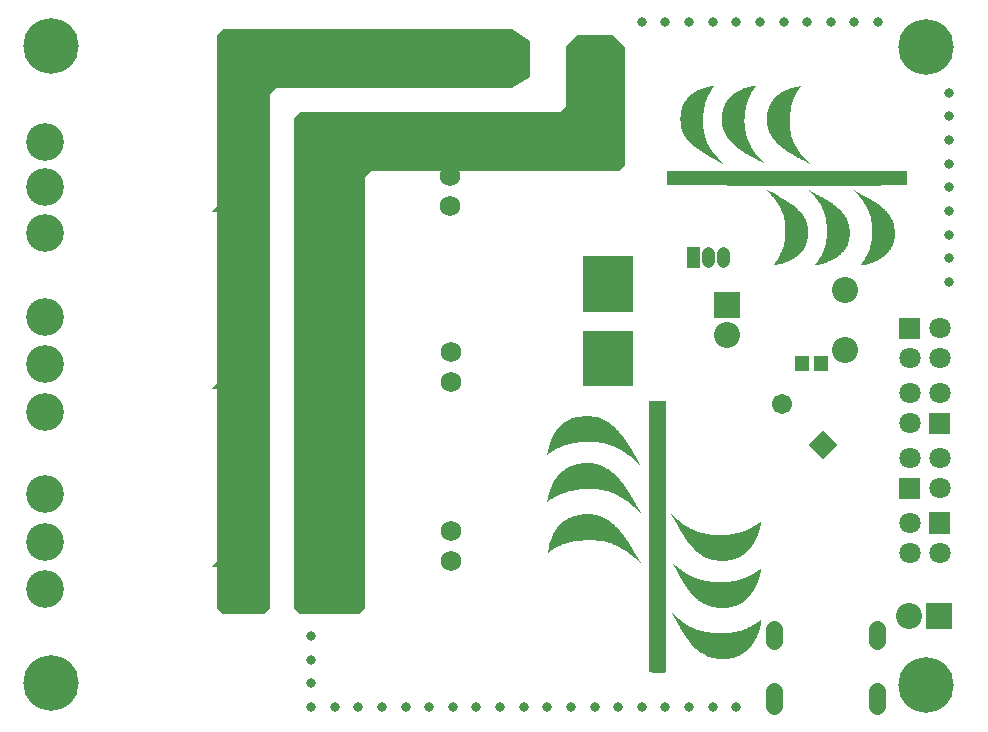
<source format=gbs>
G04 Layer: BottomSolderMaskLayer*
G04 EasyEDA v6.3.39, 2020-04-30T23:39:24+05:30*
G04 1361d28c2fbe473eb46aea13557a18e3,781d2bfaae87481f995808756cab4c07,10*
G04 Gerber Generator version 0.2*
G04 Scale: 100 percent, Rotated: No, Reflected: No *
G04 Dimensions in inches *
G04 leading zeros omitted , absolute positions ,2 integer and 4 decimal *
%FSLAX24Y24*%
%MOIN*%
G90*
G70D02*

%ADD54C,0.043433*%
%ADD55C,0.055244*%
%ADD58C,0.032000*%
%ADD59C,0.185165*%
%ADD60C,0.126110*%
%ADD67C,0.070992*%
%ADD69C,0.086740*%
%ADD82C,0.068000*%
%ADD86C,0.067055*%

%LPD*%

%LPD*%
G36*
G01X23243Y21102D02*
G01X23282Y21156D01*
G01X23203Y21140D01*
G01X23172Y21134D01*
G01X23142Y21127D01*
G01X23112Y21121D01*
G01X23083Y21114D01*
G01X23027Y21100D01*
G01X23000Y21093D01*
G01X22974Y21085D01*
G01X22948Y21078D01*
G01X22922Y21070D01*
G01X22850Y21046D01*
G01X22827Y21037D01*
G01X22805Y21029D01*
G01X22783Y21020D01*
G01X22762Y21011D01*
G01X22741Y21001D01*
G01X22720Y20992D01*
G01X22700Y20982D01*
G01X22643Y20952D01*
G01X22607Y20930D01*
G01X22573Y20908D01*
G01X22556Y20896D01*
G01X22524Y20872D01*
G01X22508Y20859D01*
G01X22463Y20820D01*
G01X22417Y20774D01*
G01X22400Y20756D01*
G01X22384Y20737D01*
G01X22368Y20719D01*
G01X22338Y20681D01*
G01X22324Y20662D01*
G01X22311Y20643D01*
G01X22298Y20623D01*
G01X22286Y20604D01*
G01X22274Y20584D01*
G01X22263Y20564D01*
G01X22252Y20543D01*
G01X22242Y20522D01*
G01X22224Y20480D01*
G01X22216Y20459D01*
G01X22208Y20437D01*
G01X22201Y20414D01*
G01X22194Y20392D01*
G01X22188Y20368D01*
G01X22182Y20345D01*
G01X22172Y20297D01*
G01X22168Y20272D01*
G01X22165Y20247D01*
G01X22159Y20195D01*
G01X22157Y20169D01*
G01X22155Y20141D01*
G01X22154Y20114D01*
G01X22153Y20086D01*
G01X22153Y20028D01*
G01X22154Y19998D01*
G01X22155Y19967D01*
G01X22156Y19935D01*
G01X22158Y19904D01*
G01X22160Y19877D01*
G01X22162Y19851D01*
G01X22165Y19827D01*
G01X22168Y19804D01*
G01X22171Y19783D01*
G01X22176Y19762D01*
G01X22180Y19742D01*
G01X22185Y19723D01*
G01X22192Y19703D01*
G01X22198Y19684D01*
G01X22206Y19664D01*
G01X22215Y19643D01*
G01X22224Y19621D01*
G01X22235Y19598D01*
G01X22242Y19581D01*
G01X22250Y19565D01*
G01X22277Y19517D01*
G01X22287Y19500D01*
G01X22307Y19468D01*
G01X22340Y19420D01*
G01X22352Y19405D01*
G01X22364Y19389D01*
G01X22403Y19341D01*
G01X22417Y19325D01*
G01X22431Y19310D01*
G01X22476Y19262D01*
G01X22492Y19247D01*
G01X22508Y19231D01*
G01X22525Y19215D01*
G01X22542Y19200D01*
G01X22559Y19184D01*
G01X22577Y19168D01*
G01X22595Y19153D01*
G01X22633Y19121D01*
G01X22653Y19106D01*
G01X22672Y19090D01*
G01X22714Y19058D01*
G01X22735Y19043D01*
G01X22801Y18995D01*
G01X22824Y18980D01*
G01X22896Y18932D01*
G01X22946Y18900D01*
G01X23024Y18852D01*
G01X23051Y18836D01*
G01X23135Y18788D01*
G01X23164Y18772D01*
G01X23194Y18755D01*
G01X23223Y18739D01*
G01X23254Y18723D01*
G01X23285Y18706D01*
G01X23582Y18549D01*
G01X23431Y18712D01*
G01X23412Y18733D01*
G01X23358Y18793D01*
G01X23324Y18833D01*
G01X23276Y18893D01*
G01X23231Y18953D01*
G01X23217Y18973D01*
G01X23203Y18992D01*
G01X23189Y19012D01*
G01X23163Y19052D01*
G01X23151Y19071D01*
G01X23115Y19131D01*
G01X23093Y19171D01*
G01X23053Y19251D01*
G01X23044Y19271D01*
G01X23035Y19292D01*
G01X23027Y19312D01*
G01X23019Y19333D01*
G01X23011Y19353D01*
G01X23003Y19374D01*
G01X22982Y19437D01*
G01X22964Y19500D01*
G01X22958Y19522D01*
G01X22948Y19566D01*
G01X22944Y19588D01*
G01X22939Y19610D01*
G01X22935Y19632D01*
G01X22932Y19654D01*
G01X22928Y19677D01*
G01X22919Y19746D01*
G01X22917Y19770D01*
G01X22915Y19793D01*
G01X22911Y19841D01*
G01X22910Y19866D01*
G01X22909Y19890D01*
G01X22908Y19915D01*
G01X22908Y19940D01*
G01X22907Y19965D01*
G01X22907Y20019D01*
G01X22908Y20047D01*
G01X22908Y20074D01*
G01X22909Y20101D01*
G01X22911Y20128D01*
G01X22912Y20155D01*
G01X22918Y20233D01*
G01X22921Y20258D01*
G01X22923Y20283D01*
G01X22927Y20308D01*
G01X22930Y20333D01*
G01X22934Y20358D01*
G01X22946Y20430D01*
G01X22956Y20476D01*
G01X22962Y20500D01*
G01X22967Y20523D01*
G01X22973Y20546D01*
G01X22980Y20568D01*
G01X22986Y20591D01*
G01X22993Y20613D01*
G01X23001Y20635D01*
G01X23008Y20657D01*
G01X23024Y20701D01*
G01X23033Y20723D01*
G01X23042Y20744D01*
G01X23051Y20766D01*
G01X23060Y20787D01*
G01X23070Y20808D01*
G01X23080Y20830D01*
G01X23124Y20914D01*
G01X23148Y20956D01*
G01X23161Y20976D01*
G01X23200Y21039D01*
G01X23214Y21060D01*
G01X23229Y21081D01*
G01X23243Y21102D01*
G37*

%LPD*%
G36*
G01X26104Y21038D02*
G01X26181Y21145D01*
G01X26027Y21115D01*
G01X26000Y21109D01*
G01X25973Y21104D01*
G01X25946Y21097D01*
G01X25921Y21091D01*
G01X25895Y21084D01*
G01X25870Y21078D01*
G01X25845Y21070D01*
G01X25820Y21063D01*
G01X25772Y21047D01*
G01X25749Y21039D01*
G01X25703Y21021D01*
G01X25659Y21003D01*
G01X25596Y20973D01*
G01X25575Y20962D01*
G01X25555Y20951D01*
G01X25536Y20940D01*
G01X25516Y20929D01*
G01X25498Y20917D01*
G01X25479Y20905D01*
G01X25443Y20881D01*
G01X25392Y20842D01*
G01X25344Y20800D01*
G01X25329Y20786D01*
G01X25314Y20771D01*
G01X25272Y20726D01*
G01X25246Y20694D01*
G01X25234Y20678D01*
G01X25222Y20661D01*
G01X25210Y20645D01*
G01X25199Y20628D01*
G01X25188Y20610D01*
G01X25177Y20593D01*
G01X25157Y20557D01*
G01X25148Y20538D01*
G01X25139Y20520D01*
G01X25130Y20501D01*
G01X25122Y20481D01*
G01X25114Y20462D01*
G01X25106Y20442D01*
G01X25092Y20402D01*
G01X25086Y20382D01*
G01X25074Y20340D01*
G01X25069Y20318D01*
G01X25064Y20297D01*
G01X25052Y20231D01*
G01X25043Y20162D01*
G01X25041Y20139D01*
G01X25039Y20115D01*
G01X25037Y20067D01*
G01X25036Y20042D01*
G01X25036Y19998D01*
G01X25037Y19979D01*
G01X25038Y19959D01*
G01X25040Y19921D01*
G01X25042Y19902D01*
G01X25044Y19884D01*
G01X25046Y19865D01*
G01X25049Y19846D01*
G01X25055Y19810D01*
G01X25063Y19774D01*
G01X25068Y19756D01*
G01X25072Y19738D01*
G01X25077Y19720D01*
G01X25083Y19702D01*
G01X25088Y19685D01*
G01X25095Y19667D01*
G01X25101Y19650D01*
G01X25108Y19633D01*
G01X25115Y19615D01*
G01X25147Y19547D01*
G01X25156Y19531D01*
G01X25176Y19497D01*
G01X25186Y19481D01*
G01X25196Y19464D01*
G01X25207Y19448D01*
G01X25219Y19431D01*
G01X25230Y19415D01*
G01X25242Y19398D01*
G01X25281Y19350D01*
G01X25295Y19333D01*
G01X25323Y19301D01*
G01X25338Y19285D01*
G01X25354Y19269D01*
G01X25369Y19253D01*
G01X25386Y19237D01*
G01X25402Y19221D01*
G01X25419Y19205D01*
G01X25437Y19189D01*
G01X25454Y19173D01*
G01X25530Y19109D01*
G01X25550Y19093D01*
G01X25613Y19045D01*
G01X25657Y19013D01*
G01X25703Y18981D01*
G01X25751Y18949D01*
G01X25776Y18933D01*
G01X25801Y18916D01*
G01X25826Y18900D01*
G01X25852Y18884D01*
G01X25879Y18867D01*
G01X25933Y18835D01*
G01X25961Y18818D01*
G01X25989Y18802D01*
G01X26018Y18785D01*
G01X26078Y18751D01*
G01X26108Y18735D01*
G01X26170Y18701D01*
G01X26202Y18684D01*
G01X26235Y18667D01*
G01X26483Y18536D01*
G01X26326Y18703D01*
G01X26307Y18724D01*
G01X26288Y18744D01*
G01X26270Y18765D01*
G01X26252Y18785D01*
G01X26235Y18806D01*
G01X26201Y18846D01*
G01X26185Y18866D01*
G01X26169Y18887D01*
G01X26153Y18907D01*
G01X26138Y18927D01*
G01X26123Y18948D01*
G01X26095Y18988D01*
G01X26081Y19009D01*
G01X26067Y19029D01*
G01X26054Y19050D01*
G01X26041Y19070D01*
G01X26005Y19133D01*
G01X25994Y19154D01*
G01X25982Y19175D01*
G01X25971Y19196D01*
G01X25961Y19217D01*
G01X25950Y19239D01*
G01X25940Y19260D01*
G01X25930Y19282D01*
G01X25920Y19307D01*
G01X25909Y19331D01*
G01X25882Y19400D01*
G01X25874Y19422D01*
G01X25853Y19488D01*
G01X25847Y19510D01*
G01X25842Y19531D01*
G01X25837Y19554D01*
G01X25832Y19576D01*
G01X25824Y19622D01*
G01X25818Y19670D01*
G01X25815Y19695D01*
G01X25813Y19721D01*
G01X25809Y19775D01*
G01X25808Y19804D01*
G01X25807Y19834D01*
G01X25806Y19865D01*
G01X25806Y20035D01*
G01X25807Y20066D01*
G01X25808Y20096D01*
G01X25810Y20154D01*
G01X25814Y20210D01*
G01X25818Y20264D01*
G01X25821Y20291D01*
G01X25827Y20343D01*
G01X25831Y20368D01*
G01X25834Y20393D01*
G01X25838Y20418D01*
G01X25853Y20490D01*
G01X25858Y20513D01*
G01X25870Y20559D01*
G01X25876Y20581D01*
G01X25883Y20603D01*
G01X25889Y20626D01*
G01X25897Y20647D01*
G01X25904Y20669D01*
G01X25912Y20690D01*
G01X25921Y20712D01*
G01X25929Y20733D01*
G01X25938Y20754D01*
G01X25948Y20774D01*
G01X25957Y20795D01*
G01X25968Y20816D01*
G01X25978Y20836D01*
G01X25989Y20856D01*
G01X26000Y20877D01*
G01X26036Y20937D01*
G01X26049Y20957D01*
G01X26062Y20978D01*
G01X26104Y21038D01*
G37*

%LPD*%
G36*
G01X24590Y21039D02*
G01X24672Y21153D01*
G01X24585Y21139D01*
G01X24531Y21129D01*
G01X24504Y21123D01*
G01X24477Y21118D01*
G01X24451Y21111D01*
G01X24424Y21105D01*
G01X24398Y21098D01*
G01X24373Y21091D01*
G01X24347Y21083D01*
G01X24322Y21075D01*
G01X24298Y21067D01*
G01X24273Y21058D01*
G01X24201Y21031D01*
G01X24155Y21011D01*
G01X24133Y21000D01*
G01X24110Y20989D01*
G01X24089Y20978D01*
G01X24067Y20967D01*
G01X24046Y20955D01*
G01X23986Y20919D01*
G01X23966Y20906D01*
G01X23948Y20893D01*
G01X23929Y20880D01*
G01X23911Y20867D01*
G01X23860Y20825D01*
G01X23844Y20810D01*
G01X23829Y20796D01*
G01X23799Y20766D01*
G01X23782Y20747D01*
G01X23765Y20727D01*
G01X23748Y20708D01*
G01X23718Y20668D01*
G01X23690Y20628D01*
G01X23677Y20607D01*
G01X23653Y20565D01*
G01X23631Y20521D01*
G01X23621Y20499D01*
G01X23603Y20453D01*
G01X23594Y20429D01*
G01X23586Y20404D01*
G01X23579Y20380D01*
G01X23565Y20328D01*
G01X23559Y20302D01*
G01X23544Y20218D01*
G01X23538Y20174D01*
G01X23536Y20153D01*
G01X23534Y20131D01*
G01X23532Y20110D01*
G01X23529Y20047D01*
G01X23529Y20006D01*
G01X23530Y19986D01*
G01X23531Y19965D01*
G01X23532Y19945D01*
G01X23538Y19885D01*
G01X23544Y19845D01*
G01X23548Y19826D01*
G01X23552Y19806D01*
G01X23557Y19787D01*
G01X23561Y19768D01*
G01X23567Y19749D01*
G01X23572Y19730D01*
G01X23584Y19692D01*
G01X23598Y19654D01*
G01X23606Y19636D01*
G01X23614Y19617D01*
G01X23622Y19599D01*
G01X23640Y19563D01*
G01X23650Y19544D01*
G01X23660Y19526D01*
G01X23670Y19509D01*
G01X23692Y19473D01*
G01X23704Y19455D01*
G01X23716Y19438D01*
G01X23728Y19420D01*
G01X23741Y19402D01*
G01X23754Y19385D01*
G01X23768Y19368D01*
G01X23782Y19350D01*
G01X23796Y19333D01*
G01X23811Y19316D01*
G01X23827Y19299D01*
G01X23842Y19282D01*
G01X23859Y19265D01*
G01X23875Y19248D01*
G01X23892Y19231D01*
G01X23910Y19215D01*
G01X23927Y19198D01*
G01X23946Y19181D01*
G01X23964Y19165D01*
G01X23984Y19148D01*
G01X24003Y19131D01*
G01X24043Y19099D01*
G01X24064Y19082D01*
G01X24086Y19066D01*
G01X24107Y19050D01*
G01X24129Y19033D01*
G01X24175Y19001D01*
G01X24199Y18985D01*
G01X24222Y18969D01*
G01X24247Y18953D01*
G01X24272Y18936D01*
G01X24297Y18920D01*
G01X24349Y18888D01*
G01X24375Y18873D01*
G01X24402Y18857D01*
G01X24486Y18809D01*
G01X24544Y18777D01*
G01X24566Y18766D01*
G01X24588Y18754D01*
G01X24611Y18741D01*
G01X24634Y18729D01*
G01X24657Y18716D01*
G01X24681Y18704D01*
G01X24704Y18691D01*
G01X24727Y18679D01*
G01X24749Y18667D01*
G01X24770Y18655D01*
G01X24791Y18644D01*
G01X24811Y18633D01*
G01X24829Y18623D01*
G01X24846Y18614D01*
G01X24862Y18605D01*
G01X24876Y18597D01*
G01X25002Y18528D01*
G01X24858Y18673D01*
G01X24839Y18692D01*
G01X24803Y18730D01*
G01X24785Y18750D01*
G01X24768Y18769D01*
G01X24750Y18788D01*
G01X24734Y18808D01*
G01X24717Y18827D01*
G01X24701Y18847D01*
G01X24685Y18866D01*
G01X24670Y18886D01*
G01X24654Y18906D01*
G01X24639Y18926D01*
G01X24583Y19006D01*
G01X24570Y19027D01*
G01X24556Y19047D01*
G01X24544Y19067D01*
G01X24531Y19088D01*
G01X24519Y19108D01*
G01X24507Y19129D01*
G01X24463Y19213D01*
G01X24433Y19276D01*
G01X24424Y19297D01*
G01X24415Y19319D01*
G01X24406Y19340D01*
G01X24398Y19362D01*
G01X24390Y19383D01*
G01X24382Y19405D01*
G01X24375Y19427D01*
G01X24367Y19449D01*
G01X24361Y19471D01*
G01X24354Y19493D01*
G01X24336Y19559D01*
G01X24331Y19582D01*
G01X24326Y19604D01*
G01X24321Y19627D01*
G01X24317Y19649D01*
G01X24313Y19672D01*
G01X24305Y19720D01*
G01X24302Y19743D01*
G01X24296Y19791D01*
G01X24294Y19816D01*
G01X24290Y19864D01*
G01X24289Y19888D01*
G01X24288Y19913D01*
G01X24287Y19937D01*
G01X24287Y19962D01*
G01X24286Y19986D01*
G01X24286Y20011D01*
G01X24288Y20060D01*
G01X24289Y20085D01*
G01X24290Y20109D01*
G01X24292Y20134D01*
G01X24293Y20158D01*
G01X24296Y20183D01*
G01X24298Y20208D01*
G01X24304Y20256D01*
G01X24307Y20281D01*
G01X24323Y20377D01*
G01X24338Y20449D01*
G01X24344Y20473D01*
G01X24350Y20496D01*
G01X24356Y20520D01*
G01X24362Y20543D01*
G01X24383Y20612D01*
G01X24390Y20634D01*
G01X24398Y20657D01*
G01X24422Y20723D01*
G01X24431Y20744D01*
G01X24440Y20766D01*
G01X24458Y20808D01*
G01X24468Y20829D01*
G01X24488Y20869D01*
G01X24499Y20889D01*
G01X24509Y20909D01*
G01X24520Y20928D01*
G01X24531Y20948D01*
G01X24543Y20966D01*
G01X24554Y20985D01*
G01X24590Y21039D01*
G37*

%LPD*%
G36*
G01X29696Y18314D02*
G01X21705Y18314D01*
G01X21705Y17828D01*
G01X25695Y17822D01*
G01X26056Y17822D01*
G01X26114Y17821D01*
G01X27011Y17821D01*
G01X27059Y17820D01*
G01X28049Y17820D01*
G01X28084Y17821D01*
G01X28555Y17821D01*
G01X28583Y17822D01*
G01X28816Y17822D01*
G01X28839Y17823D01*
G01X28974Y17823D01*
G01X28995Y17824D01*
G01X29113Y17824D01*
G01X29132Y17825D01*
G01X29202Y17825D01*
G01X29219Y17826D01*
G01X29267Y17826D01*
G01X29297Y17827D01*
G01X29354Y17827D01*
G01X29368Y17828D01*
G01X29406Y17828D01*
G01X29418Y17829D01*
G01X29453Y17829D01*
G01X29464Y17830D01*
G01X29495Y17830D01*
G01X29505Y17831D01*
G01X29523Y17831D01*
G01X29532Y17832D01*
G01X29550Y17832D01*
G01X29558Y17833D01*
G01X29581Y17833D01*
G01X29588Y17834D01*
G01X29601Y17834D01*
G01X29608Y17835D01*
G01X29620Y17835D01*
G01X29625Y17836D01*
G01X29631Y17836D01*
G01X29636Y17837D01*
G01X29646Y17837D01*
G01X29654Y17838D01*
G01X29658Y17838D01*
G01X29662Y17839D01*
G01X29666Y17839D01*
G01X29669Y17840D01*
G01X29675Y17840D01*
G01X29678Y17841D01*
G01X29681Y17841D01*
G01X29683Y17842D01*
G01X29687Y17842D01*
G01X29691Y17843D01*
G01X29692Y17844D01*
G01X29695Y17845D01*
G01X29696Y17845D01*
G01X29696Y17846D01*
G01X29697Y17846D01*
G01X29698Y17847D01*
G01X29699Y17853D01*
G01X29701Y17863D01*
G01X29702Y17876D01*
G01X29703Y17892D01*
G01X29703Y17911D01*
G01X29704Y17933D01*
G01X29704Y17956D01*
G01X29705Y17982D01*
G01X29704Y18009D01*
G01X29704Y18066D01*
G01X29703Y18096D01*
G01X29696Y18314D01*
G37*

%LPD*%
G36*
G01X25323Y17527D02*
G01X25025Y17686D01*
G01X25185Y17513D01*
G01X25239Y17453D01*
G01X25256Y17432D01*
G01X25273Y17412D01*
G01X25305Y17372D01*
G01X25321Y17351D01*
G01X25351Y17311D01*
G01X25379Y17269D01*
G01X25393Y17249D01*
G01X25419Y17207D01*
G01X25431Y17186D01*
G01X25444Y17165D01*
G01X25455Y17144D01*
G01X25467Y17122D01*
G01X25489Y17080D01*
G01X25519Y17014D01*
G01X25537Y16970D01*
G01X25545Y16948D01*
G01X25554Y16925D01*
G01X25561Y16903D01*
G01X25569Y16880D01*
G01X25590Y16811D01*
G01X25596Y16787D01*
G01X25602Y16764D01*
G01X25617Y16692D01*
G01X25622Y16667D01*
G01X25626Y16643D01*
G01X25630Y16618D01*
G01X25636Y16568D01*
G01X25639Y16542D01*
G01X25642Y16517D01*
G01X25648Y16439D01*
G01X25651Y16355D01*
G01X25651Y16274D01*
G01X25649Y16220D01*
G01X25647Y16168D01*
G01X25645Y16142D01*
G01X25642Y16116D01*
G01X25640Y16091D01*
G01X25637Y16066D01*
G01X25634Y16040D01*
G01X25630Y16015D01*
G01X25626Y15991D01*
G01X25622Y15966D01*
G01X25612Y15918D01*
G01X25607Y15893D01*
G01X25601Y15870D01*
G01X25589Y15822D01*
G01X25568Y15753D01*
G01X25552Y15707D01*
G01X25544Y15685D01*
G01X25535Y15662D01*
G01X25526Y15640D01*
G01X25486Y15552D01*
G01X25475Y15531D01*
G01X25464Y15509D01*
G01X25428Y15446D01*
G01X25389Y15383D01*
G01X25366Y15348D01*
G01X25345Y15315D01*
G01X25325Y15284D01*
G01X25308Y15257D01*
G01X25293Y15233D01*
G01X25281Y15214D01*
G01X25273Y15201D01*
G01X25269Y15194D01*
G01X25268Y15188D01*
G01X25272Y15183D01*
G01X25280Y15180D01*
G01X25293Y15178D01*
G01X25309Y15179D01*
G01X25330Y15180D01*
G01X25354Y15184D01*
G01X25382Y15188D01*
G01X25413Y15195D01*
G01X25448Y15202D01*
G01X25485Y15212D01*
G01X25526Y15222D01*
G01X25604Y15246D01*
G01X25656Y15264D01*
G01X25706Y15284D01*
G01X25756Y15306D01*
G01X25780Y15317D01*
G01X25828Y15341D01*
G01X25897Y15380D01*
G01X25963Y15422D01*
G01X25984Y15437D01*
G01X26004Y15451D01*
G01X26025Y15467D01*
G01X26045Y15482D01*
G01X26083Y15514D01*
G01X26101Y15531D01*
G01X26119Y15547D01*
G01X26137Y15564D01*
G01X26154Y15581D01*
G01X26170Y15599D01*
G01X26186Y15616D01*
G01X26216Y15652D01*
G01X26230Y15670D01*
G01X26244Y15689D01*
G01X26257Y15707D01*
G01X26269Y15726D01*
G01X26280Y15744D01*
G01X26290Y15762D01*
G01X26301Y15781D01*
G01X26310Y15800D01*
G01X26320Y15820D01*
G01X26328Y15840D01*
G01X26337Y15861D01*
G01X26345Y15882D01*
G01X26359Y15924D01*
G01X26366Y15946D01*
G01X26378Y15990D01*
G01X26383Y16013D01*
G01X26387Y16036D01*
G01X26392Y16059D01*
G01X26395Y16082D01*
G01X26399Y16105D01*
G01X26402Y16129D01*
G01X26404Y16152D01*
G01X26406Y16176D01*
G01X26409Y16248D01*
G01X26409Y16272D01*
G01X26407Y16320D01*
G01X26403Y16368D01*
G01X26401Y16391D01*
G01X26398Y16415D01*
G01X26394Y16439D01*
G01X26390Y16462D01*
G01X26386Y16486D01*
G01X26380Y16509D01*
G01X26375Y16532D01*
G01X26370Y16551D01*
G01X26365Y16569D01*
G01X26341Y16641D01*
G01X26334Y16659D01*
G01X26327Y16676D01*
G01X26295Y16744D01*
G01X26286Y16761D01*
G01X26276Y16777D01*
G01X26267Y16794D01*
G01X26257Y16810D01*
G01X26246Y16827D01*
G01X26224Y16859D01*
G01X26200Y16891D01*
G01X26161Y16939D01*
G01X26147Y16954D01*
G01X26133Y16970D01*
G01X26118Y16986D01*
G01X26087Y17017D01*
G01X26070Y17033D01*
G01X26054Y17048D01*
G01X26036Y17064D01*
G01X26019Y17080D01*
G01X26000Y17095D01*
G01X25962Y17127D01*
G01X25942Y17142D01*
G01X25922Y17158D01*
G01X25901Y17174D01*
G01X25835Y17222D01*
G01X25811Y17238D01*
G01X25788Y17254D01*
G01X25738Y17286D01*
G01X25713Y17303D01*
G01X25687Y17319D01*
G01X25660Y17336D01*
G01X25632Y17352D01*
G01X25576Y17386D01*
G01X25516Y17420D01*
G01X25486Y17438D01*
G01X25454Y17455D01*
G01X25390Y17491D01*
G01X25357Y17509D01*
G01X25323Y17527D01*
G37*

%LPD*%
G36*
G01X28219Y17515D02*
G01X27933Y17662D01*
G01X28096Y17485D01*
G01X28113Y17466D01*
G01X28131Y17447D01*
G01X28147Y17427D01*
G01X28164Y17408D01*
G01X28180Y17388D01*
G01X28195Y17369D01*
G01X28211Y17349D01*
G01X28226Y17329D01*
G01X28240Y17310D01*
G01X28254Y17290D01*
G01X28268Y17269D01*
G01X28282Y17249D01*
G01X28308Y17209D01*
G01X28332Y17167D01*
G01X28344Y17147D01*
G01X28377Y17084D01*
G01X28387Y17062D01*
G01X28397Y17041D01*
G01X28406Y17019D01*
G01X28416Y16997D01*
G01X28424Y16975D01*
G01X28433Y16953D01*
G01X28449Y16909D01*
G01X28457Y16886D01*
G01X28471Y16840D01*
G01X28489Y16771D01*
G01X28495Y16747D01*
G01X28505Y16699D01*
G01X28509Y16675D01*
G01X28514Y16650D01*
G01X28517Y16625D01*
G01X28521Y16601D01*
G01X28524Y16575D01*
G01X28527Y16550D01*
G01X28530Y16524D01*
G01X28532Y16499D01*
G01X28534Y16473D01*
G01X28536Y16446D01*
G01X28537Y16420D01*
G01X28540Y16339D01*
G01X28540Y16283D01*
G01X28539Y16254D01*
G01X28537Y16198D01*
G01X28536Y16171D01*
G01X28530Y16090D01*
G01X28521Y16012D01*
G01X28517Y15987D01*
G01X28513Y15961D01*
G01X28509Y15936D01*
G01X28504Y15911D01*
G01X28499Y15887D01*
G01X28494Y15862D01*
G01X28482Y15814D01*
G01X28476Y15791D01*
G01X28469Y15767D01*
G01X28455Y15721D01*
G01X28439Y15675D01*
G01X28431Y15653D01*
G01X28422Y15630D01*
G01X28404Y15586D01*
G01X28394Y15565D01*
G01X28374Y15521D01*
G01X28352Y15479D01*
G01X28316Y15416D01*
G01X28303Y15396D01*
G01X28291Y15375D01*
G01X28235Y15295D01*
G01X28220Y15275D01*
G01X28203Y15252D01*
G01X28188Y15231D01*
G01X28175Y15214D01*
G01X28166Y15199D01*
G01X28159Y15187D01*
G01X28155Y15177D01*
G01X28155Y15170D01*
G01X28158Y15165D01*
G01X28165Y15162D01*
G01X28175Y15161D01*
G01X28189Y15161D01*
G01X28207Y15164D01*
G01X28229Y15168D01*
G01X28256Y15173D01*
G01X28287Y15180D01*
G01X28322Y15188D01*
G01X28374Y15200D01*
G01X28399Y15207D01*
G01X28425Y15214D01*
G01X28450Y15221D01*
G01X28474Y15228D01*
G01X28522Y15244D01*
G01X28546Y15253D01*
G01X28569Y15261D01*
G01X28592Y15271D01*
G01X28615Y15280D01*
G01X28637Y15290D01*
G01X28660Y15299D01*
G01X28681Y15310D01*
G01X28703Y15320D01*
G01X28745Y15342D01*
G01X28765Y15354D01*
G01X28785Y15365D01*
G01X28805Y15377D01*
G01X28825Y15390D01*
G01X28844Y15402D01*
G01X28863Y15415D01*
G01X28881Y15428D01*
G01X28899Y15442D01*
G01X28917Y15455D01*
G01X28935Y15469D01*
G01X28952Y15484D01*
G01X28969Y15498D01*
G01X29001Y15528D01*
G01X29048Y15575D01*
G01X29062Y15591D01*
G01X29077Y15608D01*
G01X29091Y15625D01*
G01X29104Y15642D01*
G01X29118Y15659D01*
G01X29133Y15680D01*
G01X29161Y15720D01*
G01X29174Y15740D01*
G01X29186Y15760D01*
G01X29197Y15779D01*
G01X29208Y15799D01*
G01X29218Y15818D01*
G01X29227Y15838D01*
G01X29236Y15857D01*
G01X29244Y15877D01*
G01X29251Y15897D01*
G01X29258Y15918D01*
G01X29264Y15938D01*
G01X29269Y15960D01*
G01X29274Y15981D01*
G01X29278Y16003D01*
G01X29282Y16026D01*
G01X29285Y16049D01*
G01X29288Y16073D01*
G01X29290Y16098D01*
G01X29291Y16123D01*
G01X29293Y16177D01*
G01X29293Y16265D01*
G01X29292Y16297D01*
G01X29290Y16333D01*
G01X29288Y16367D01*
G01X29287Y16397D01*
G01X29285Y16425D01*
G01X29282Y16451D01*
G01X29276Y16497D01*
G01X29272Y16518D01*
G01X29262Y16558D01*
G01X29256Y16578D01*
G01X29240Y16618D01*
G01X29231Y16640D01*
G01X29221Y16663D01*
G01X29210Y16688D01*
G01X29202Y16705D01*
G01X29194Y16721D01*
G01X29176Y16755D01*
G01X29166Y16771D01*
G01X29156Y16788D01*
G01X29136Y16820D01*
G01X29125Y16836D01*
G01X29113Y16852D01*
G01X29102Y16868D01*
G01X29090Y16884D01*
G01X29051Y16932D01*
G01X29037Y16947D01*
G01X29023Y16963D01*
G01X29008Y16978D01*
G01X28978Y17010D01*
G01X28962Y17025D01*
G01X28945Y17040D01*
G01X28929Y17056D01*
G01X28911Y17071D01*
G01X28894Y17087D01*
G01X28875Y17102D01*
G01X28857Y17118D01*
G01X28837Y17133D01*
G01X28818Y17148D01*
G01X28798Y17164D01*
G01X28777Y17179D01*
G01X28756Y17195D01*
G01X28734Y17210D01*
G01X28712Y17226D01*
G01X28689Y17241D01*
G01X28666Y17257D01*
G01X28642Y17272D01*
G01X28618Y17288D01*
G01X28593Y17304D01*
G01X28568Y17319D01*
G01X28542Y17335D01*
G01X28461Y17383D01*
G01X28432Y17399D01*
G01X28404Y17415D01*
G01X28374Y17432D01*
G01X28344Y17448D01*
G01X28314Y17465D01*
G01X28283Y17481D01*
G01X28219Y17515D01*
G37*

%LPD*%
G36*
G01X26719Y17520D02*
G01X26445Y17661D01*
G01X26560Y17536D01*
G01X26578Y17517D01*
G01X26595Y17497D01*
G01X26629Y17459D01*
G01X26645Y17439D01*
G01X26661Y17420D01*
G01X26676Y17401D01*
G01X26691Y17381D01*
G01X26721Y17343D01*
G01X26735Y17323D01*
G01X26748Y17304D01*
G01X26762Y17284D01*
G01X26775Y17265D01*
G01X26787Y17245D01*
G01X26800Y17225D01*
G01X26823Y17186D01*
G01X26835Y17166D01*
G01X26846Y17146D01*
G01X26856Y17126D01*
G01X26866Y17105D01*
G01X26886Y17065D01*
G01X26904Y17023D01*
G01X26913Y17003D01*
G01X26937Y16940D01*
G01X26944Y16918D01*
G01X26952Y16897D01*
G01X26958Y16875D01*
G01X26965Y16854D01*
G01X26977Y16810D01*
G01X26982Y16787D01*
G01X26988Y16765D01*
G01X26993Y16742D01*
G01X26997Y16719D01*
G01X27002Y16696D01*
G01X27006Y16673D01*
G01X27009Y16649D01*
G01X27013Y16626D01*
G01X27019Y16578D01*
G01X27022Y16553D01*
G01X27024Y16529D01*
G01X27030Y16454D01*
G01X27033Y16376D01*
G01X27033Y16349D01*
G01X27034Y16323D01*
G01X27034Y16294D01*
G01X27033Y16266D01*
G01X27033Y16238D01*
G01X27032Y16210D01*
G01X27030Y16182D01*
G01X27029Y16155D01*
G01X27027Y16128D01*
G01X27024Y16101D01*
G01X27022Y16075D01*
G01X27019Y16049D01*
G01X27015Y16023D01*
G01X27012Y15997D01*
G01X27008Y15971D01*
G01X27003Y15946D01*
G01X26999Y15921D01*
G01X26994Y15896D01*
G01X26988Y15872D01*
G01X26983Y15847D01*
G01X26977Y15823D01*
G01X26963Y15775D01*
G01X26956Y15752D01*
G01X26949Y15728D01*
G01X26933Y15682D01*
G01X26924Y15659D01*
G01X26916Y15637D01*
G01X26906Y15614D01*
G01X26897Y15592D01*
G01X26877Y15548D01*
G01X26855Y15504D01*
G01X26843Y15483D01*
G01X26832Y15461D01*
G01X26820Y15440D01*
G01X26781Y15377D01*
G01X26767Y15357D01*
G01X26753Y15336D01*
G01X26739Y15316D01*
G01X26724Y15295D01*
G01X26691Y15251D01*
G01X26674Y15228D01*
G01X26659Y15208D01*
G01X26646Y15190D01*
G01X26635Y15176D01*
G01X26628Y15165D01*
G01X26623Y15158D01*
G01X26622Y15157D01*
G01X26629Y15159D01*
G01X26643Y15162D01*
G01X26662Y15165D01*
G01X26685Y15169D01*
G01X26739Y15179D01*
G01X26765Y15185D01*
G01X26792Y15191D01*
G01X26818Y15197D01*
G01X26896Y15218D01*
G01X26921Y15226D01*
G01X26947Y15234D01*
G01X26972Y15242D01*
G01X26997Y15251D01*
G01X27045Y15269D01*
G01X27117Y15299D01*
G01X27140Y15309D01*
G01X27163Y15320D01*
G01X27185Y15331D01*
G01X27208Y15343D01*
G01X27230Y15354D01*
G01X27251Y15366D01*
G01X27273Y15379D01*
G01X27294Y15391D01*
G01X27314Y15404D01*
G01X27335Y15417D01*
G01X27355Y15430D01*
G01X27374Y15443D01*
G01X27412Y15471D01*
G01X27430Y15485D01*
G01X27448Y15500D01*
G01X27466Y15514D01*
G01X27500Y15544D01*
G01X27516Y15559D01*
G01X27532Y15575D01*
G01X27547Y15591D01*
G01X27562Y15606D01*
G01X27577Y15622D01*
G01X27591Y15639D01*
G01X27617Y15671D01*
G01X27653Y15722D01*
G01X27664Y15739D01*
G01X27674Y15756D01*
G01X27684Y15774D01*
G01X27693Y15791D01*
G01X27702Y15809D01*
G01X27722Y15853D01*
G01X27730Y15876D01*
G01X27739Y15899D01*
G01X27747Y15923D01*
G01X27754Y15947D01*
G01X27760Y15971D01*
G01X27767Y15996D01*
G01X27772Y16022D01*
G01X27777Y16047D01*
G01X27782Y16073D01*
G01X27785Y16099D01*
G01X27789Y16125D01*
G01X27791Y16152D01*
G01X27794Y16178D01*
G01X27795Y16204D01*
G01X27796Y16231D01*
G01X27796Y16284D01*
G01X27795Y16310D01*
G01X27791Y16362D01*
G01X27785Y16414D01*
G01X27782Y16433D01*
G01X27778Y16452D01*
G01X27775Y16472D01*
G01X27771Y16490D01*
G01X27767Y16509D01*
G01X27762Y16528D01*
G01X27752Y16564D01*
G01X27746Y16582D01*
G01X27741Y16600D01*
G01X27735Y16618D01*
G01X27728Y16635D01*
G01X27721Y16653D01*
G01X27707Y16687D01*
G01X27691Y16721D01*
G01X27664Y16772D01*
G01X27655Y16788D01*
G01X27645Y16804D01*
G01X27634Y16821D01*
G01X27624Y16837D01*
G01X27612Y16853D01*
G01X27601Y16869D01*
G01X27577Y16901D01*
G01X27564Y16917D01*
G01X27551Y16932D01*
G01X27538Y16948D01*
G01X27524Y16964D01*
G01X27510Y16979D01*
G01X27495Y16995D01*
G01X27464Y17026D01*
G01X27432Y17056D01*
G01X27415Y17072D01*
G01X27398Y17087D01*
G01X27362Y17117D01*
G01X27343Y17133D01*
G01X27305Y17163D01*
G01X27285Y17178D01*
G01X27243Y17208D01*
G01X27222Y17224D01*
G01X27200Y17239D01*
G01X27177Y17254D01*
G01X27155Y17269D01*
G01X27131Y17285D01*
G01X27083Y17315D01*
G01X27058Y17331D01*
G01X27033Y17346D01*
G01X27007Y17361D01*
G01X26981Y17377D01*
G01X26954Y17393D01*
G01X26926Y17408D01*
G01X26870Y17440D01*
G01X26841Y17455D01*
G01X26751Y17503D01*
G01X26719Y17520D01*
G37*

%LPD*%
G36*
G01X19065Y10129D02*
G01X18980Y10129D01*
G01X18899Y10126D01*
G01X18847Y10122D01*
G01X18822Y10120D01*
G01X18797Y10117D01*
G01X18772Y10113D01*
G01X18748Y10110D01*
G01X18724Y10106D01*
G01X18700Y10101D01*
G01X18677Y10097D01*
G01X18654Y10092D01*
G01X18631Y10086D01*
G01X18587Y10074D01*
G01X18565Y10067D01*
G01X18544Y10060D01*
G01X18481Y10036D01*
G01X18461Y10027D01*
G01X18440Y10018D01*
G01X18420Y10008D01*
G01X18401Y9998D01*
G01X18381Y9987D01*
G01X18362Y9977D01*
G01X18305Y9941D01*
G01X18286Y9928D01*
G01X18268Y9915D01*
G01X18249Y9902D01*
G01X18231Y9888D01*
G01X18177Y9843D01*
G01X18160Y9827D01*
G01X18142Y9811D01*
G01X18112Y9781D01*
G01X18097Y9767D01*
G01X18083Y9751D01*
G01X18069Y9736D01*
G01X18056Y9720D01*
G01X18042Y9704D01*
G01X18029Y9688D01*
G01X18017Y9671D01*
G01X18004Y9654D01*
G01X17992Y9637D01*
G01X17968Y9601D01*
G01X17957Y9583D01*
G01X17945Y9564D01*
G01X17934Y9545D01*
G01X17924Y9525D01*
G01X17913Y9505D01*
G01X17903Y9485D01*
G01X17892Y9464D01*
G01X17883Y9443D01*
G01X17863Y9399D01*
G01X17845Y9353D01*
G01X17827Y9305D01*
G01X17819Y9281D01*
G01X17810Y9255D01*
G01X17802Y9230D01*
G01X17794Y9203D01*
G01X17786Y9177D01*
G01X17770Y9121D01*
G01X17763Y9093D01*
G01X17755Y9063D01*
G01X17748Y9034D01*
G01X17734Y8972D01*
G01X17727Y8940D01*
G01X17708Y8851D01*
G01X17773Y8895D01*
G01X17795Y8909D01*
G01X17837Y8937D01*
G01X17880Y8963D01*
G01X17922Y8989D01*
G01X17944Y9001D01*
G01X17965Y9013D01*
G01X17986Y9024D01*
G01X18008Y9036D01*
G01X18029Y9047D01*
G01X18050Y9057D01*
G01X18072Y9068D01*
G01X18094Y9078D01*
G01X18115Y9088D01*
G01X18137Y9098D01*
G01X18181Y9116D01*
G01X18202Y9125D01*
G01X18225Y9133D01*
G01X18247Y9142D01*
G01X18291Y9158D01*
G01X18314Y9165D01*
G01X18336Y9172D01*
G01X18382Y9186D01*
G01X18405Y9192D01*
G01X18428Y9199D01*
G01X18451Y9205D01*
G01X18474Y9210D01*
G01X18498Y9216D01*
G01X18522Y9221D01*
G01X18545Y9226D01*
G01X18570Y9231D01*
G01X18618Y9239D01*
G01X18668Y9247D01*
G01X18693Y9250D01*
G01X18718Y9254D01*
G01X18743Y9257D01*
G01X18769Y9260D01*
G01X18795Y9262D01*
G01X18847Y9267D01*
G01X18874Y9268D01*
G01X18928Y9272D01*
G01X18955Y9273D01*
G01X19011Y9275D01*
G01X19039Y9275D01*
G01X19067Y9276D01*
G01X19123Y9276D01*
G01X19149Y9275D01*
G01X19176Y9275D01*
G01X19254Y9272D01*
G01X19279Y9271D01*
G01X19379Y9263D01*
G01X19404Y9260D01*
G01X19476Y9251D01*
G01X19500Y9247D01*
G01X19523Y9244D01*
G01X19547Y9240D01*
G01X19570Y9235D01*
G01X19593Y9231D01*
G01X19662Y9216D01*
G01X19685Y9210D01*
G01X19729Y9198D01*
G01X19752Y9192D01*
G01X19774Y9185D01*
G01X19796Y9179D01*
G01X19818Y9171D01*
G01X19839Y9164D01*
G01X19883Y9148D01*
G01X19904Y9140D01*
G01X19926Y9132D01*
G01X19968Y9114D01*
G01X19990Y9104D01*
G01X20011Y9095D01*
G01X20053Y9075D01*
G01X20137Y9031D01*
G01X20158Y9019D01*
G01X20178Y9007D01*
G01X20199Y8995D01*
G01X20220Y8982D01*
G01X20241Y8970D01*
G01X20262Y8956D01*
G01X20282Y8943D01*
G01X20324Y8915D01*
G01X20345Y8900D01*
G01X20366Y8886D01*
G01X20387Y8871D01*
G01X20407Y8855D01*
G01X20470Y8807D01*
G01X20491Y8790D01*
G01X20534Y8756D01*
G01X20597Y8702D01*
G01X20619Y8683D01*
G01X20814Y8512D01*
G01X20626Y8848D01*
G01X20609Y8879D01*
G01X20575Y8939D01*
G01X20524Y9026D01*
G01X20507Y9054D01*
G01X20490Y9081D01*
G01X20474Y9109D01*
G01X20457Y9135D01*
G01X20440Y9162D01*
G01X20423Y9188D01*
G01X20407Y9214D01*
G01X20390Y9239D01*
G01X20374Y9264D01*
G01X20357Y9288D01*
G01X20340Y9313D01*
G01X20324Y9336D01*
G01X20307Y9360D01*
G01X20291Y9383D01*
G01X20275Y9405D01*
G01X20258Y9427D01*
G01X20242Y9449D01*
G01X20225Y9471D01*
G01X20209Y9492D01*
G01X20192Y9512D01*
G01X20176Y9533D01*
G01X20160Y9553D01*
G01X20143Y9572D01*
G01X20111Y9610D01*
G01X20094Y9629D01*
G01X20062Y9665D01*
G01X20045Y9682D01*
G01X20013Y9716D01*
G01X19996Y9732D01*
G01X19964Y9764D01*
G01X19947Y9779D01*
G01X19931Y9794D01*
G01X19914Y9808D01*
G01X19898Y9822D01*
G01X19881Y9836D01*
G01X19865Y9850D01*
G01X19849Y9863D01*
G01X19832Y9876D01*
G01X19816Y9888D01*
G01X19799Y9901D01*
G01X19782Y9913D01*
G01X19766Y9924D01*
G01X19749Y9935D01*
G01X19733Y9946D01*
G01X19716Y9957D01*
G01X19682Y9977D01*
G01X19666Y9986D01*
G01X19615Y10013D01*
G01X19564Y10037D01*
G01X19542Y10047D01*
G01X19521Y10055D01*
G01X19501Y10064D01*
G01X19481Y10071D01*
G01X19462Y10078D01*
G01X19443Y10084D01*
G01X19425Y10090D01*
G01X19406Y10095D01*
G01X19388Y10100D01*
G01X19369Y10104D01*
G01X19349Y10107D01*
G01X19329Y10111D01*
G01X19308Y10114D01*
G01X19286Y10116D01*
G01X19263Y10119D01*
G01X19239Y10121D01*
G01X19213Y10123D01*
G01X19185Y10124D01*
G01X19155Y10126D01*
G01X19124Y10127D01*
G01X19094Y10128D01*
G01X19065Y10129D01*
G37*

%LPD*%
G36*
G01X19067Y8572D02*
G01X19046Y8572D01*
G01X19024Y8571D01*
G01X19003Y8571D01*
G01X18959Y8569D01*
G01X18871Y8561D01*
G01X18848Y8558D01*
G01X18826Y8555D01*
G01X18768Y8545D01*
G01X18740Y8540D01*
G01X18712Y8534D01*
G01X18685Y8528D01*
G01X18659Y8522D01*
G01X18633Y8515D01*
G01X18583Y8501D01*
G01X18558Y8493D01*
G01X18534Y8484D01*
G01X18511Y8475D01*
G01X18487Y8466D01*
G01X18464Y8456D01*
G01X18442Y8446D01*
G01X18398Y8424D01*
G01X18376Y8412D01*
G01X18355Y8400D01*
G01X18313Y8374D01*
G01X18293Y8360D01*
G01X18272Y8346D01*
G01X18232Y8316D01*
G01X18212Y8300D01*
G01X18193Y8283D01*
G01X18173Y8266D01*
G01X18141Y8236D01*
G01X18125Y8220D01*
G01X18110Y8204D01*
G01X18094Y8188D01*
G01X18079Y8171D01*
G01X18064Y8153D01*
G01X18050Y8135D01*
G01X18035Y8117D01*
G01X18007Y8079D01*
G01X17994Y8059D01*
G01X17980Y8039D01*
G01X17967Y8019D01*
G01X17954Y7998D01*
G01X17942Y7977D01*
G01X17929Y7955D01*
G01X17917Y7933D01*
G01X17906Y7911D01*
G01X17894Y7888D01*
G01X17883Y7866D01*
G01X17872Y7842D01*
G01X17861Y7819D01*
G01X17841Y7771D01*
G01X17831Y7746D01*
G01X17804Y7671D01*
G01X17795Y7645D01*
G01X17787Y7620D01*
G01X17779Y7593D01*
G01X17765Y7541D01*
G01X17751Y7487D01*
G01X17745Y7459D01*
G01X17739Y7432D01*
G01X17734Y7404D01*
G01X17729Y7377D01*
G01X17712Y7279D01*
G01X17848Y7370D01*
G01X17866Y7383D01*
G01X17904Y7407D01*
G01X17924Y7418D01*
G01X17943Y7430D01*
G01X17983Y7452D01*
G01X18025Y7474D01*
G01X18088Y7504D01*
G01X18132Y7524D01*
G01X18154Y7533D01*
G01X18199Y7551D01*
G01X18221Y7560D01*
G01X18267Y7576D01*
G01X18291Y7584D01*
G01X18338Y7600D01*
G01X18434Y7628D01*
G01X18458Y7634D01*
G01X18483Y7640D01*
G01X18507Y7646D01*
G01X18532Y7652D01*
G01X18657Y7677D01*
G01X18683Y7681D01*
G01X18708Y7685D01*
G01X18734Y7689D01*
G01X18759Y7692D01*
G01X18811Y7698D01*
G01X18836Y7701D01*
G01X18862Y7704D01*
G01X18914Y7708D01*
G01X18939Y7710D01*
G01X19017Y7713D01*
G01X19069Y7714D01*
G01X19146Y7714D01*
G01X19172Y7713D01*
G01X19197Y7713D01*
G01X19223Y7711D01*
G01X19249Y7710D01*
G01X19274Y7708D01*
G01X19300Y7706D01*
G01X19325Y7704D01*
G01X19350Y7701D01*
G01X19376Y7699D01*
G01X19401Y7696D01*
G01X19426Y7692D01*
G01X19451Y7689D01*
G01X19476Y7685D01*
G01X19522Y7677D01*
G01X19614Y7657D01*
G01X19636Y7652D01*
G01X19682Y7640D01*
G01X19704Y7634D01*
G01X19727Y7627D01*
G01X19793Y7606D01*
G01X19816Y7599D01*
G01X19882Y7575D01*
G01X19904Y7566D01*
G01X19925Y7557D01*
G01X19969Y7539D01*
G01X19991Y7529D01*
G01X20012Y7519D01*
G01X20034Y7509D01*
G01X20055Y7499D01*
G01X20076Y7488D01*
G01X20098Y7477D01*
G01X20140Y7455D01*
G01X20224Y7407D01*
G01X20244Y7394D01*
G01X20286Y7368D01*
G01X20306Y7354D01*
G01X20327Y7341D01*
G01X20347Y7327D01*
G01X20368Y7312D01*
G01X20388Y7298D01*
G01X20448Y7253D01*
G01X20468Y7237D01*
G01X20488Y7222D01*
G01X20508Y7206D01*
G01X20528Y7189D01*
G01X20548Y7173D01*
G01X20568Y7156D01*
G01X20587Y7139D01*
G01X20607Y7121D01*
G01X20626Y7104D01*
G01X20646Y7086D01*
G01X20665Y7068D01*
G01X20838Y6905D01*
G01X20756Y7047D01*
G01X20746Y7063D01*
G01X20736Y7081D01*
G01X20725Y7100D01*
G01X20713Y7121D01*
G01X20700Y7143D01*
G01X20687Y7167D01*
G01X20673Y7191D01*
G01X20659Y7216D01*
G01X20629Y7268D01*
G01X20614Y7295D01*
G01X20569Y7373D01*
G01X20541Y7423D01*
G01X20525Y7452D01*
G01X20508Y7480D01*
G01X20476Y7536D01*
G01X20459Y7563D01*
G01X20443Y7590D01*
G01X20426Y7617D01*
G01X20410Y7643D01*
G01X20393Y7669D01*
G01X20377Y7694D01*
G01X20360Y7719D01*
G01X20343Y7743D01*
G01X20327Y7768D01*
G01X20310Y7792D01*
G01X20293Y7815D01*
G01X20277Y7838D01*
G01X20260Y7861D01*
G01X20209Y7927D01*
G01X20193Y7948D01*
G01X20176Y7969D01*
G01X20159Y7989D01*
G01X20142Y8010D01*
G01X20125Y8029D01*
G01X20108Y8049D01*
G01X20090Y8068D01*
G01X20073Y8086D01*
G01X20056Y8105D01*
G01X20039Y8123D01*
G01X20021Y8140D01*
G01X19987Y8174D01*
G01X19969Y8191D01*
G01X19952Y8207D01*
G01X19934Y8223D01*
G01X19916Y8238D01*
G01X19899Y8253D01*
G01X19881Y8268D01*
G01X19827Y8310D01*
G01X19791Y8336D01*
G01X19737Y8372D01*
G01X19718Y8384D01*
G01X19682Y8406D01*
G01X19644Y8426D01*
G01X19626Y8436D01*
G01X19550Y8472D01*
G01X19531Y8480D01*
G01X19512Y8487D01*
G01X19493Y8495D01*
G01X19473Y8502D01*
G01X19454Y8508D01*
G01X19435Y8515D01*
G01X19415Y8521D01*
G01X19395Y8526D01*
G01X19375Y8532D01*
G01X19356Y8537D01*
G01X19336Y8541D01*
G01X19316Y8546D01*
G01X19295Y8550D01*
G01X19275Y8553D01*
G01X19255Y8557D01*
G01X19234Y8560D01*
G01X19214Y8562D01*
G01X19193Y8565D01*
G01X19173Y8567D01*
G01X19152Y8568D01*
G01X19131Y8570D01*
G01X19110Y8571D01*
G01X19089Y8571D01*
G01X19067Y8572D01*
G37*

%LPD*%
G36*
G01X22047Y6697D02*
G01X21841Y6879D01*
G01X22030Y6542D01*
G01X22066Y6478D01*
G01X22102Y6416D01*
G01X22119Y6386D01*
G01X22136Y6357D01*
G01X22154Y6328D01*
G01X22205Y6244D01*
G01X22222Y6217D01*
G01X22238Y6191D01*
G01X22255Y6165D01*
G01X22271Y6140D01*
G01X22288Y6115D01*
G01X22304Y6090D01*
G01X22320Y6066D01*
G01X22336Y6043D01*
G01X22353Y6020D01*
G01X22369Y5997D01*
G01X22384Y5975D01*
G01X22400Y5953D01*
G01X22432Y5911D01*
G01X22448Y5891D01*
G01X22463Y5871D01*
G01X22495Y5833D01*
G01X22510Y5814D01*
G01X22526Y5796D01*
G01X22541Y5778D01*
G01X22557Y5761D01*
G01X22572Y5744D01*
G01X22588Y5727D01*
G01X22603Y5711D01*
G01X22634Y5680D01*
G01X22650Y5665D01*
G01X22665Y5650D01*
G01X22697Y5622D01*
G01X22712Y5609D01*
G01X22728Y5595D01*
G01X22744Y5583D01*
G01X22759Y5570D01*
G01X22791Y5546D01*
G01X22855Y5502D01*
G01X22871Y5492D01*
G01X22887Y5483D01*
G01X22903Y5473D01*
G01X22920Y5464D01*
G01X22936Y5455D01*
G01X22953Y5446D01*
G01X22969Y5438D01*
G01X23003Y5422D01*
G01X23054Y5401D01*
G01X23072Y5394D01*
G01X23089Y5388D01*
G01X23107Y5382D01*
G01X23124Y5376D01*
G01X23142Y5370D01*
G01X23178Y5360D01*
G01X23197Y5355D01*
G01X23215Y5351D01*
G01X23240Y5345D01*
G01X23315Y5330D01*
G01X23340Y5327D01*
G01X23366Y5323D01*
G01X23391Y5320D01*
G01X23417Y5318D01*
G01X23442Y5316D01*
G01X23468Y5314D01*
G01X23520Y5312D01*
G01X23545Y5312D01*
G01X23571Y5313D01*
G01X23597Y5313D01*
G01X23622Y5314D01*
G01X23648Y5316D01*
G01X23673Y5318D01*
G01X23698Y5321D01*
G01X23723Y5323D01*
G01X23749Y5327D01*
G01X23773Y5331D01*
G01X23823Y5339D01*
G01X23847Y5345D01*
G01X23871Y5350D01*
G01X23895Y5356D01*
G01X23918Y5362D01*
G01X23942Y5369D01*
G01X23965Y5376D01*
G01X23987Y5384D01*
G01X24010Y5392D01*
G01X24032Y5400D01*
G01X24054Y5409D01*
G01X24075Y5418D01*
G01X24096Y5428D01*
G01X24136Y5448D01*
G01X24156Y5459D01*
G01X24175Y5471D01*
G01X24193Y5482D01*
G01X24212Y5494D01*
G01X24230Y5506D01*
G01X24247Y5519D01*
G01X24283Y5545D01*
G01X24300Y5559D01*
G01X24351Y5604D01*
G01X24368Y5620D01*
G01X24417Y5669D01*
G01X24433Y5687D01*
G01X24448Y5704D01*
G01X24464Y5722D01*
G01X24479Y5741D01*
G01X24494Y5759D01*
G01X24509Y5778D01*
G01X24523Y5798D01*
G01X24537Y5817D01*
G01X24565Y5857D01*
G01X24579Y5878D01*
G01X24605Y5920D01*
G01X24617Y5941D01*
G01X24630Y5963D01*
G01X24642Y5985D01*
G01X24665Y6029D01*
G01X24676Y6052D01*
G01X24687Y6074D01*
G01X24707Y6120D01*
G01X24717Y6144D01*
G01X24726Y6167D01*
G01X24744Y6215D01*
G01X24768Y6287D01*
G01X24775Y6312D01*
G01X24788Y6358D01*
G01X24799Y6400D01*
G01X24808Y6439D01*
G01X24816Y6474D01*
G01X24821Y6506D01*
G01X24825Y6533D01*
G01X24827Y6557D01*
G01X24827Y6575D01*
G01X24826Y6589D01*
G01X24822Y6599D01*
G01X24816Y6603D01*
G01X24809Y6602D01*
G01X24804Y6600D01*
G01X24796Y6595D01*
G01X24785Y6589D01*
G01X24770Y6580D01*
G01X24753Y6570D01*
G01X24734Y6559D01*
G01X24713Y6546D01*
G01X24689Y6532D01*
G01X24665Y6516D01*
G01X24639Y6500D01*
G01X24611Y6484D01*
G01X24584Y6466D01*
G01X24563Y6453D01*
G01X24500Y6417D01*
G01X24478Y6405D01*
G01X24457Y6394D01*
G01X24435Y6383D01*
G01X24414Y6372D01*
G01X24392Y6362D01*
G01X24370Y6351D01*
G01X24348Y6341D01*
G01X24326Y6332D01*
G01X24304Y6322D01*
G01X24282Y6313D01*
G01X24259Y6305D01*
G01X24237Y6296D01*
G01X24191Y6280D01*
G01X24169Y6272D01*
G01X24145Y6265D01*
G01X24099Y6251D01*
G01X24052Y6238D01*
G01X24004Y6226D01*
G01X23932Y6211D01*
G01X23907Y6206D01*
G01X23858Y6198D01*
G01X23833Y6194D01*
G01X23808Y6191D01*
G01X23782Y6187D01*
G01X23757Y6184D01*
G01X23731Y6182D01*
G01X23706Y6179D01*
G01X23654Y6175D01*
G01X23627Y6174D01*
G01X23601Y6172D01*
G01X23547Y6170D01*
G01X23439Y6170D01*
G01X23411Y6171D01*
G01X23383Y6171D01*
G01X23355Y6172D01*
G01X23327Y6174D01*
G01X23300Y6175D01*
G01X23273Y6177D01*
G01X23247Y6179D01*
G01X23220Y6182D01*
G01X23194Y6184D01*
G01X23168Y6187D01*
G01X23143Y6190D01*
G01X23117Y6194D01*
G01X23092Y6197D01*
G01X23042Y6205D01*
G01X22992Y6215D01*
G01X22944Y6225D01*
G01X22919Y6231D01*
G01X22895Y6236D01*
G01X22872Y6243D01*
G01X22848Y6249D01*
G01X22824Y6256D01*
G01X22778Y6270D01*
G01X22755Y6278D01*
G01X22732Y6285D01*
G01X22709Y6294D01*
G01X22686Y6302D01*
G01X22663Y6311D01*
G01X22619Y6329D01*
G01X22596Y6339D01*
G01X22530Y6369D01*
G01X22508Y6380D01*
G01X22487Y6391D01*
G01X22465Y6403D01*
G01X22444Y6414D01*
G01X22422Y6426D01*
G01X22401Y6439D01*
G01X22379Y6451D01*
G01X22358Y6464D01*
G01X22337Y6478D01*
G01X22316Y6491D01*
G01X22274Y6519D01*
G01X22232Y6549D01*
G01X22212Y6564D01*
G01X22191Y6580D01*
G01X22170Y6595D01*
G01X22150Y6612D01*
G01X22129Y6628D01*
G01X22109Y6645D01*
G01X22088Y6662D01*
G01X22068Y6679D01*
G01X22047Y6697D01*
G37*

%LPD*%
G36*
G01X19084Y6866D02*
G01X19037Y6866D01*
G01X18959Y6863D01*
G01X18884Y6857D01*
G01X18859Y6854D01*
G01X18835Y6851D01*
G01X18810Y6848D01*
G01X18786Y6844D01*
G01X18763Y6840D01*
G01X18739Y6836D01*
G01X18693Y6826D01*
G01X18670Y6820D01*
G01X18604Y6802D01*
G01X18582Y6795D01*
G01X18561Y6787D01*
G01X18540Y6780D01*
G01X18498Y6764D01*
G01X18478Y6755D01*
G01X18457Y6746D01*
G01X18437Y6736D01*
G01X18418Y6727D01*
G01X18398Y6717D01*
G01X18360Y6696D01*
G01X18342Y6684D01*
G01X18324Y6673D01*
G01X18305Y6661D01*
G01X18288Y6649D01*
G01X18270Y6636D01*
G01X18253Y6624D01*
G01X18236Y6610D01*
G01X18219Y6597D01*
G01X18202Y6583D01*
G01X18186Y6569D01*
G01X18154Y6539D01*
G01X18139Y6524D01*
G01X18094Y6476D01*
G01X18079Y6459D01*
G01X18051Y6425D01*
G01X18038Y6407D01*
G01X18024Y6389D01*
G01X18011Y6371D01*
G01X17998Y6352D01*
G01X17986Y6333D01*
G01X17973Y6313D01*
G01X17961Y6294D01*
G01X17949Y6274D01*
G01X17905Y6190D01*
G01X17894Y6168D01*
G01X17884Y6146D01*
G01X17874Y6123D01*
G01X17865Y6100D01*
G01X17855Y6077D01*
G01X17846Y6054D01*
G01X17837Y6030D01*
G01X17829Y6006D01*
G01X17820Y5981D01*
G01X17804Y5931D01*
G01X17776Y5827D01*
G01X17769Y5800D01*
G01X17763Y5772D01*
G01X17757Y5745D01*
G01X17721Y5570D01*
G01X17849Y5657D01*
G01X17869Y5671D01*
G01X17890Y5685D01*
G01X17910Y5698D01*
G01X17930Y5710D01*
G01X17950Y5723D01*
G01X17971Y5735D01*
G01X18011Y5759D01*
G01X18032Y5770D01*
G01X18052Y5781D01*
G01X18073Y5791D01*
G01X18093Y5802D01*
G01X18114Y5812D01*
G01X18135Y5821D01*
G01X18155Y5831D01*
G01X18197Y5849D01*
G01X18218Y5857D01*
G01X18240Y5865D01*
G01X18261Y5873D01*
G01X18283Y5881D01*
G01X18304Y5888D01*
G01X18326Y5896D01*
G01X18348Y5902D01*
G01X18370Y5909D01*
G01X18416Y5921D01*
G01X18438Y5927D01*
G01X18462Y5933D01*
G01X18485Y5938D01*
G01X18509Y5943D01*
G01X18532Y5948D01*
G01X18557Y5952D01*
G01X18581Y5957D01*
G01X18606Y5961D01*
G01X18631Y5964D01*
G01X18656Y5968D01*
G01X18734Y5977D01*
G01X18761Y5980D01*
G01X18815Y5984D01*
G01X18871Y5988D01*
G01X18900Y5990D01*
G01X18928Y5991D01*
G01X19018Y5994D01*
G01X19049Y5994D01*
G01X19080Y5995D01*
G01X19211Y5995D01*
G01X19241Y5994D01*
G01X19270Y5993D01*
G01X19299Y5993D01*
G01X19326Y5992D01*
G01X19353Y5990D01*
G01X19379Y5989D01*
G01X19404Y5987D01*
G01X19428Y5986D01*
G01X19452Y5984D01*
G01X19475Y5981D01*
G01X19498Y5979D01*
G01X19542Y5973D01*
G01X19563Y5970D01*
G01X19626Y5958D01*
G01X19686Y5943D01*
G01X19707Y5938D01*
G01X19747Y5926D01*
G01X19767Y5919D01*
G01X19830Y5898D01*
G01X19851Y5890D01*
G01X19917Y5863D01*
G01X19940Y5854D01*
G01X19986Y5834D01*
G01X20008Y5824D01*
G01X20052Y5803D01*
G01X20096Y5781D01*
G01X20162Y5745D01*
G01X20183Y5733D01*
G01X20205Y5721D01*
G01X20226Y5708D01*
G01X20269Y5682D01*
G01X20332Y5640D01*
G01X20354Y5625D01*
G01X20396Y5595D01*
G01X20417Y5579D01*
G01X20438Y5564D01*
G01X20459Y5547D01*
G01X20480Y5531D01*
G01X20502Y5514D01*
G01X20523Y5497D01*
G01X20565Y5461D01*
G01X20587Y5443D01*
G01X20608Y5425D01*
G01X20630Y5406D01*
G01X20828Y5228D01*
G01X20673Y5509D01*
G01X20655Y5541D01*
G01X20638Y5573D01*
G01X20620Y5604D01*
G01X20603Y5634D01*
G01X20585Y5665D01*
G01X20568Y5694D01*
G01X20550Y5724D01*
G01X20533Y5753D01*
G01X20482Y5837D01*
G01X20465Y5864D01*
G01X20447Y5891D01*
G01X20431Y5917D01*
G01X20397Y5969D01*
G01X20363Y6019D01*
G01X20346Y6043D01*
G01X20330Y6067D01*
G01X20313Y6091D01*
G01X20279Y6137D01*
G01X20263Y6159D01*
G01X20246Y6181D01*
G01X20230Y6203D01*
G01X20196Y6245D01*
G01X20180Y6266D01*
G01X20163Y6286D01*
G01X20147Y6306D01*
G01X20130Y6325D01*
G01X20114Y6344D01*
G01X20097Y6362D01*
G01X20081Y6381D01*
G01X20064Y6399D01*
G01X20048Y6416D01*
G01X20031Y6433D01*
G01X20015Y6450D01*
G01X19981Y6482D01*
G01X19965Y6498D01*
G01X19948Y6513D01*
G01X19932Y6528D01*
G01X19915Y6543D01*
G01X19881Y6571D01*
G01X19865Y6585D01*
G01X19831Y6611D01*
G01X19763Y6659D01*
G01X19729Y6681D01*
G01X19661Y6721D01*
G01X19643Y6730D01*
G01X19626Y6739D01*
G01X19608Y6748D01*
G01X19591Y6756D01*
G01X19573Y6764D01*
G01X19555Y6771D01*
G01X19538Y6779D01*
G01X19520Y6786D01*
G01X19502Y6792D01*
G01X19484Y6799D01*
G01X19448Y6811D01*
G01X19430Y6816D01*
G01X19411Y6821D01*
G01X19393Y6826D01*
G01X19374Y6831D01*
G01X19356Y6835D01*
G01X19318Y6843D01*
G01X19242Y6855D01*
G01X19223Y6857D01*
G01X19203Y6859D01*
G01X19184Y6861D01*
G01X19164Y6862D01*
G01X19144Y6864D01*
G01X19124Y6864D01*
G01X19084Y6866D01*
G37*

%LPD*%
G36*
G01X22020Y5141D02*
G01X21871Y5272D01*
G01X22039Y4961D01*
G01X22056Y4929D01*
G01X22074Y4898D01*
G01X22091Y4867D01*
G01X22108Y4837D01*
G01X22124Y4807D01*
G01X22141Y4778D01*
G01X22158Y4750D01*
G01X22175Y4721D01*
G01X22191Y4694D01*
G01X22208Y4666D01*
G01X22225Y4640D01*
G01X22241Y4613D01*
G01X22257Y4588D01*
G01X22274Y4562D01*
G01X22290Y4537D01*
G01X22307Y4513D01*
G01X22339Y4465D01*
G01X22355Y4442D01*
G01X22372Y4419D01*
G01X22404Y4375D01*
G01X22436Y4333D01*
G01X22453Y4312D01*
G01X22469Y4292D01*
G01X22485Y4273D01*
G01X22501Y4253D01*
G01X22517Y4235D01*
G01X22534Y4216D01*
G01X22566Y4180D01*
G01X22582Y4163D01*
G01X22631Y4114D01*
G01X22648Y4098D01*
G01X22664Y4083D01*
G01X22681Y4068D01*
G01X22697Y4053D01*
G01X22714Y4039D01*
G01X22731Y4026D01*
G01X22747Y4012D01*
G01X22781Y3986D01*
G01X22832Y3950D01*
G01X22866Y3928D01*
G01X22884Y3918D01*
G01X22901Y3907D01*
G01X22919Y3897D01*
G01X22936Y3888D01*
G01X22990Y3861D01*
G01X23044Y3837D01*
G01X23063Y3830D01*
G01X23081Y3823D01*
G01X23100Y3816D01*
G01X23176Y3792D01*
G01X23195Y3787D01*
G01X23215Y3782D01*
G01X23234Y3777D01*
G01X23294Y3765D01*
G01X23315Y3761D01*
G01X23335Y3758D01*
G01X23356Y3755D01*
G01X23382Y3751D01*
G01X23408Y3748D01*
G01X23462Y3744D01*
G01X23488Y3743D01*
G01X23515Y3742D01*
G01X23569Y3742D01*
G01X23623Y3744D01*
G01X23677Y3748D01*
G01X23731Y3754D01*
G01X23758Y3758D01*
G01X23810Y3766D01*
G01X23836Y3772D01*
G01X23862Y3777D01*
G01X23887Y3783D01*
G01X23937Y3797D01*
G01X23961Y3804D01*
G01X24009Y3820D01*
G01X24032Y3829D01*
G01X24054Y3838D01*
G01X24076Y3848D01*
G01X24094Y3857D01*
G01X24113Y3866D01*
G01X24131Y3875D01*
G01X24149Y3885D01*
G01X24166Y3896D01*
G01X24184Y3906D01*
G01X24202Y3918D01*
G01X24253Y3954D01*
G01X24270Y3967D01*
G01X24304Y3995D01*
G01X24320Y4009D01*
G01X24337Y4024D01*
G01X24369Y4054D01*
G01X24384Y4070D01*
G01X24400Y4086D01*
G01X24416Y4103D01*
G01X24461Y4154D01*
G01X24475Y4172D01*
G01X24490Y4191D01*
G01X24504Y4209D01*
G01X24518Y4228D01*
G01X24532Y4248D01*
G01X24546Y4267D01*
G01X24572Y4307D01*
G01X24598Y4349D01*
G01X24622Y4391D01*
G01X24658Y4457D01*
G01X24669Y4479D01*
G01X24680Y4502D01*
G01X24690Y4525D01*
G01X24701Y4548D01*
G01X24711Y4572D01*
G01X24721Y4595D01*
G01X24731Y4619D01*
G01X24749Y4667D01*
G01X24758Y4692D01*
G01X24766Y4717D01*
G01X24774Y4741D01*
G01X24782Y4767D01*
G01X24789Y4792D01*
G01X24797Y4817D01*
G01X24804Y4843D01*
G01X24810Y4869D01*
G01X24816Y4894D01*
G01X24822Y4921D01*
G01X24828Y4947D01*
G01X24833Y4973D01*
G01X24838Y5000D01*
G01X24843Y5025D01*
G01X24847Y5047D01*
G01X24851Y5063D01*
G01X24853Y5070D01*
G01X24851Y5070D01*
G01X24843Y5065D01*
G01X24831Y5056D01*
G01X24814Y5044D01*
G01X24793Y5029D01*
G01X24768Y5012D01*
G01X24741Y4993D01*
G01X24712Y4972D01*
G01X24692Y4958D01*
G01X24672Y4943D01*
G01X24651Y4930D01*
G01X24630Y4916D01*
G01X24610Y4903D01*
G01X24568Y4877D01*
G01X24547Y4865D01*
G01X24525Y4853D01*
G01X24483Y4829D01*
G01X24439Y4807D01*
G01X24418Y4797D01*
G01X24396Y4786D01*
G01X24374Y4776D01*
G01X24351Y4767D01*
G01X24329Y4757D01*
G01X24306Y4748D01*
G01X24284Y4739D01*
G01X24192Y4707D01*
G01X24168Y4699D01*
G01X24145Y4692D01*
G01X24121Y4686D01*
G01X24097Y4679D01*
G01X24049Y4667D01*
G01X24024Y4661D01*
G01X24000Y4656D01*
G01X23925Y4641D01*
G01X23899Y4637D01*
G01X23874Y4633D01*
G01X23848Y4629D01*
G01X23796Y4622D01*
G01X23769Y4619D01*
G01X23743Y4617D01*
G01X23716Y4614D01*
G01X23662Y4610D01*
G01X23634Y4609D01*
G01X23606Y4607D01*
G01X23579Y4606D01*
G01X23550Y4606D01*
G01X23522Y4605D01*
G01X23437Y4605D01*
G01X23409Y4606D01*
G01X23382Y4606D01*
G01X23328Y4608D01*
G01X23301Y4610D01*
G01X23275Y4611D01*
G01X23223Y4615D01*
G01X23172Y4620D01*
G01X23146Y4623D01*
G01X23121Y4626D01*
G01X23097Y4629D01*
G01X23047Y4637D01*
G01X22975Y4649D01*
G01X22952Y4654D01*
G01X22928Y4659D01*
G01X22905Y4665D01*
G01X22882Y4670D01*
G01X22858Y4676D01*
G01X22836Y4682D01*
G01X22813Y4688D01*
G01X22790Y4695D01*
G01X22746Y4709D01*
G01X22723Y4716D01*
G01X22701Y4724D01*
G01X22680Y4732D01*
G01X22658Y4740D01*
G01X22636Y4749D01*
G01X22615Y4758D01*
G01X22593Y4767D01*
G01X22572Y4776D01*
G01X22551Y4786D01*
G01X22529Y4796D01*
G01X22508Y4806D01*
G01X22488Y4816D01*
G01X22425Y4849D01*
G01X22404Y4861D01*
G01X22384Y4873D01*
G01X22363Y4885D01*
G01X22323Y4911D01*
G01X22302Y4924D01*
G01X22282Y4937D01*
G01X22262Y4951D01*
G01X22241Y4965D01*
G01X22221Y4980D01*
G01X22201Y4994D01*
G01X22181Y5009D01*
G01X22161Y5025D01*
G01X22140Y5040D01*
G01X22120Y5056D01*
G01X22100Y5073D01*
G01X22080Y5089D01*
G01X22040Y5123D01*
G01X22020Y5141D01*
G37*

%LPD*%
G36*
G01X22080Y3402D02*
G01X21870Y3587D01*
G01X22045Y3264D01*
G01X22062Y3232D01*
G01X22080Y3201D01*
G01X22097Y3170D01*
G01X22131Y3110D01*
G01X22148Y3081D01*
G01X22164Y3052D01*
G01X22198Y2996D01*
G01X22214Y2969D01*
G01X22231Y2942D01*
G01X22247Y2916D01*
G01X22264Y2890D01*
G01X22312Y2815D01*
G01X22329Y2791D01*
G01X22377Y2722D01*
G01X22393Y2700D01*
G01X22409Y2679D01*
G01X22425Y2657D01*
G01X22441Y2636D01*
G01X22473Y2596D01*
G01X22489Y2577D01*
G01X22505Y2557D01*
G01X22520Y2539D01*
G01X22536Y2520D01*
G01X22552Y2502D01*
G01X22600Y2451D01*
G01X22648Y2403D01*
G01X22680Y2373D01*
G01X22728Y2331D01*
G01X22744Y2318D01*
G01X22761Y2305D01*
G01X22777Y2292D01*
G01X22793Y2280D01*
G01X22826Y2256D01*
G01X22843Y2245D01*
G01X22859Y2234D01*
G01X22876Y2223D01*
G01X22927Y2193D01*
G01X22995Y2157D01*
G01X23012Y2149D01*
G01X23030Y2141D01*
G01X23054Y2131D01*
G01X23076Y2122D01*
G01X23097Y2113D01*
G01X23117Y2105D01*
G01X23137Y2098D01*
G01X23156Y2091D01*
G01X23175Y2086D01*
G01X23194Y2080D01*
G01X23232Y2072D01*
G01X23252Y2068D01*
G01X23273Y2065D01*
G01X23295Y2062D01*
G01X23318Y2059D01*
G01X23343Y2057D01*
G01X23369Y2055D01*
G01X23397Y2053D01*
G01X23428Y2052D01*
G01X23460Y2050D01*
G01X23495Y2049D01*
G01X23528Y2048D01*
G01X23560Y2047D01*
G01X23621Y2047D01*
G01X23650Y2048D01*
G01X23678Y2048D01*
G01X23706Y2050D01*
G01X23732Y2051D01*
G01X23758Y2053D01*
G01X23808Y2059D01*
G01X23832Y2062D01*
G01X23878Y2070D01*
G01X23900Y2075D01*
G01X23944Y2087D01*
G01X23965Y2093D01*
G01X23986Y2100D01*
G01X24007Y2108D01*
G01X24027Y2116D01*
G01X24048Y2124D01*
G01X24068Y2134D01*
G01X24089Y2144D01*
G01X24109Y2154D01*
G01X24129Y2165D01*
G01X24150Y2177D01*
G01X24170Y2190D01*
G01X24212Y2216D01*
G01X24233Y2231D01*
G01X24255Y2246D01*
G01X24274Y2260D01*
G01X24310Y2288D01*
G01X24364Y2333D01*
G01X24398Y2365D01*
G01X24414Y2381D01*
G01X24430Y2398D01*
G01X24447Y2415D01*
G01X24462Y2432D01*
G01X24478Y2450D01*
G01X24493Y2467D01*
G01X24508Y2486D01*
G01X24523Y2504D01*
G01X24551Y2542D01*
G01X24579Y2582D01*
G01X24605Y2622D01*
G01X24617Y2643D01*
G01X24630Y2664D01*
G01X24642Y2685D01*
G01X24654Y2707D01*
G01X24665Y2729D01*
G01X24677Y2751D01*
G01X24688Y2774D01*
G01X24698Y2796D01*
G01X24709Y2820D01*
G01X24719Y2843D01*
G01X24728Y2867D01*
G01X24738Y2891D01*
G01X24747Y2915D01*
G01X24756Y2940D01*
G01X24765Y2964D01*
G01X24773Y2990D01*
G01X24781Y3015D01*
G01X24789Y3041D01*
G01X24803Y3093D01*
G01X24810Y3120D01*
G01X24816Y3146D01*
G01X24826Y3187D01*
G01X24834Y3221D01*
G01X24840Y3251D01*
G01X24845Y3277D01*
G01X24848Y3297D01*
G01X24848Y3313D01*
G01X24847Y3325D01*
G01X24843Y3332D01*
G01X24837Y3336D01*
G01X24828Y3335D01*
G01X24817Y3331D01*
G01X24802Y3324D01*
G01X24785Y3313D01*
G01X24764Y3299D01*
G01X24740Y3282D01*
G01X24712Y3262D01*
G01X24652Y3220D01*
G01X24632Y3207D01*
G01X24611Y3194D01*
G01X24570Y3169D01*
G01X24550Y3157D01*
G01X24508Y3133D01*
G01X24487Y3122D01*
G01X24465Y3111D01*
G01X24444Y3100D01*
G01X24423Y3090D01*
G01X24379Y3070D01*
G01X24358Y3061D01*
G01X24336Y3051D01*
G01X24313Y3042D01*
G01X24291Y3034D01*
G01X24269Y3025D01*
G01X24223Y3009D01*
G01X24154Y2988D01*
G01X24130Y2981D01*
G01X24107Y2975D01*
G01X24083Y2968D01*
G01X24059Y2962D01*
G01X24011Y2952D01*
G01X23986Y2946D01*
G01X23961Y2942D01*
G01X23936Y2937D01*
G01X23886Y2929D01*
G01X23860Y2925D01*
G01X23834Y2922D01*
G01X23808Y2918D01*
G01X23782Y2915D01*
G01X23756Y2913D01*
G01X23729Y2910D01*
G01X23675Y2906D01*
G01X23648Y2905D01*
G01X23620Y2903D01*
G01X23564Y2901D01*
G01X23536Y2901D01*
G01X23507Y2900D01*
G01X23452Y2900D01*
G01X23425Y2901D01*
G01X23399Y2901D01*
G01X23321Y2904D01*
G01X23270Y2907D01*
G01X23245Y2909D01*
G01X23220Y2912D01*
G01X23196Y2914D01*
G01X23147Y2920D01*
G01X23122Y2923D01*
G01X23098Y2926D01*
G01X23075Y2930D01*
G01X23027Y2938D01*
G01X23004Y2942D01*
G01X22981Y2947D01*
G01X22958Y2951D01*
G01X22935Y2957D01*
G01X22889Y2967D01*
G01X22867Y2973D01*
G01X22822Y2986D01*
G01X22800Y2992D01*
G01X22778Y2999D01*
G01X22757Y3006D01*
G01X22735Y3013D01*
G01X22713Y3021D01*
G01X22650Y3045D01*
G01X22566Y3081D01*
G01X22546Y3091D01*
G01X22505Y3111D01*
G01X22485Y3121D01*
G01X22425Y3154D01*
G01X22405Y3166D01*
G01X22385Y3177D01*
G01X22366Y3189D01*
G01X22346Y3202D01*
G01X22327Y3214D01*
G01X22307Y3227D01*
G01X22288Y3240D01*
G01X22269Y3254D01*
G01X22249Y3267D01*
G01X22211Y3295D01*
G01X22192Y3310D01*
G01X22174Y3325D01*
G01X22117Y3370D01*
G01X22080Y3402D01*
G37*

%LPD*%
G36*
G01X21672Y10637D02*
G01X21093Y10637D01*
G01X21093Y1591D01*
G01X21353Y1584D01*
G01X21423Y1582D01*
G01X21547Y1582D01*
G01X21573Y1583D01*
G01X21595Y1584D01*
G01X21615Y1585D01*
G01X21630Y1586D01*
G01X21642Y1588D01*
G01X21649Y1589D01*
G01X21652Y1592D01*
G01X21652Y1593D01*
G01X21653Y1594D01*
G01X21653Y1595D01*
G01X21654Y1597D01*
G01X21654Y1600D01*
G01X21655Y1602D01*
G01X21655Y1604D01*
G01X21656Y1606D01*
G01X21656Y1609D01*
G01X21657Y1611D01*
G01X21657Y1617D01*
G01X21658Y1620D01*
G01X21658Y1623D01*
G01X21659Y1627D01*
G01X21659Y1630D01*
G01X21660Y1634D01*
G01X21660Y1642D01*
G01X21661Y1646D01*
G01X21661Y1651D01*
G01X21662Y1661D01*
G01X21662Y1666D01*
G01X21663Y1677D01*
G01X21663Y1682D01*
G01X21664Y1688D01*
G01X21664Y1701D01*
G01X21665Y1707D01*
G01X21665Y1721D01*
G01X21666Y1728D01*
G01X21666Y1744D01*
G01X21667Y1760D01*
G01X21667Y1768D01*
G01X21668Y1777D01*
G01X21668Y1804D01*
G01X21669Y1813D01*
G01X21669Y1833D01*
G01X21670Y1843D01*
G01X21670Y1876D01*
G01X21671Y1887D01*
G01X21671Y1922D01*
G01X21672Y1935D01*
G01X21672Y1973D01*
G01X21673Y1986D01*
G01X21673Y2028D01*
G01X21674Y2043D01*
G01X21674Y2103D01*
G01X21675Y2119D01*
G01X21675Y2186D01*
G01X21676Y2203D01*
G01X21676Y2295D01*
G01X21677Y2314D01*
G01X21677Y2415D01*
G01X21678Y2436D01*
G01X21678Y2594D01*
G01X21679Y2618D01*
G01X21679Y2821D01*
G01X21680Y2848D01*
G01X21680Y3233D01*
G01X21681Y3266D01*
G01X21681Y4903D01*
G01X21680Y4953D01*
G01X21680Y5706D01*
G01X21679Y5764D01*
G01X21679Y6120D01*
G01X21672Y10637D01*
G37*

%LPD*%
G54D54*
G01X23578Y15570D02*
G01X23578Y15294D01*
G01X23078Y15570D02*
G01X23078Y15294D01*
G54D55*
G01X28688Y3027D02*
G01X28688Y2634D01*
G01X25286Y3027D02*
G01X25286Y2634D01*
G01X25286Y976D02*
G01X25286Y464D01*
G01X28688Y976D02*
G01X28688Y464D01*
G54D58*
G01X7682Y8089D03*
G01X7679Y8442D03*
G01X7681Y8830D03*
G01X7683Y9207D03*
G01X10058Y8070D03*
G01X10058Y8464D03*
G01X10058Y8858D03*
G01X10058Y9251D03*
G01X10058Y13976D03*
G01X10058Y14370D03*
G01X10058Y14763D03*
G01X10058Y15157D03*
G01X7674Y13970D03*
G01X7668Y14325D03*
G01X7668Y14721D03*
G01X7666Y15129D03*
G01X9861Y19488D03*
G01X10255Y19488D03*
G01X10648Y19488D03*
G01X11042Y19488D03*
G01X11042Y21850D03*
G01X10648Y21850D03*
G01X10255Y21850D03*
G01X9861Y21850D03*
G54D59*
G01X1181Y22488D03*
G01X1181Y1229D03*
G01X30333Y1181D03*
G01X30333Y22440D03*
G54D60*
G01X984Y17764D03*
G01X984Y11859D03*
G01X984Y5953D03*
G01X16160Y22047D03*
G01X19310Y22047D03*
G01X984Y19260D03*
G01X984Y16229D03*
G01X984Y13434D03*
G01X984Y10284D03*
G01X984Y4378D03*
G01X984Y7528D03*
G54D58*
G01X9664Y19094D03*
G01X10058Y19094D03*
G01X10452Y19094D03*
G01X10845Y19094D03*
G01X11239Y19094D03*
G01X11239Y17913D03*
G01X10845Y17913D03*
G01X10452Y17913D03*
G01X10058Y17913D03*
G01X9664Y17913D03*
G01X9664Y13188D03*
G01X10058Y13188D03*
G01X10452Y13188D03*
G01X10845Y13188D03*
G01X11239Y13188D03*
G01X11239Y12007D03*
G01X10845Y12007D03*
G01X10452Y12007D03*
G01X10058Y12007D03*
G01X9664Y12007D03*
G01X9664Y7283D03*
G01X10058Y7283D03*
G01X10452Y7283D03*
G01X10845Y7283D03*
G01X11239Y7283D03*
G01X11239Y6102D03*
G01X10845Y6102D03*
G01X10452Y6102D03*
G01X10058Y6102D03*
G01X9664Y6102D03*
G01X11830Y21850D03*
G01X12223Y21850D03*
G01X12617Y21850D03*
G01X13011Y21850D03*
G01X13011Y19488D03*
G01X12617Y19488D03*
G01X12223Y19488D03*
G01X11830Y19488D03*
G01X13798Y21850D03*
G01X14192Y21850D03*
G01X14585Y21850D03*
G01X14979Y21850D03*
G01X14979Y19488D03*
G01X14585Y19488D03*
G01X14192Y19488D03*
G01X13798Y19488D03*
G01X11082Y3785D03*
G01X11475Y3785D03*
G01X11397Y14691D03*
G01X11397Y14258D03*
G01X11357Y8785D03*
G01X11357Y8392D03*
G01X7283Y21229D03*
G01X7283Y20874D03*
G01X7283Y20481D03*
G01X7283Y20126D03*
G01X7266Y15129D03*
G01X7268Y14723D03*
G01X7268Y14330D03*
G01X7268Y13975D03*
G01X7256Y9212D03*
G01X7256Y8838D03*
G01X7256Y8444D03*
G01X7256Y8090D03*
G01X20865Y23276D03*
G01X21653Y23276D03*
G01X22440Y23276D03*
G01X23228Y23276D03*
G01X24015Y23276D03*
G01X24802Y23276D03*
G01X25590Y23276D03*
G01X26377Y23276D03*
G01X27165Y23276D03*
G01X27952Y23276D03*
G01X28739Y23276D03*
G01X31102Y20914D03*
G01X31102Y20126D03*
G01X31102Y19339D03*
G01X31102Y18552D03*
G01X31102Y17764D03*
G01X31102Y16977D03*
G01X31102Y16189D03*
G01X31102Y15402D03*
G01X31102Y14615D03*
G01X9842Y2804D03*
G01X9842Y2016D03*
G01X9842Y1229D03*
G01X9842Y441D03*
G01X10629Y441D03*
G01X11417Y441D03*
G01X12204Y441D03*
G01X12991Y441D03*
G01X13779Y441D03*
G01X14566Y441D03*
G01X15354Y441D03*
G01X16141Y441D03*
G01X16928Y441D03*
G01X17716Y441D03*
G01X18503Y441D03*
G01X19291Y441D03*
G01X20078Y441D03*
G01X20865Y441D03*
G01X21653Y441D03*
G01X22440Y441D03*
G01X23228Y441D03*
G01X24015Y441D03*
G36*
G01X18920Y13622D02*
G01X18920Y15473D01*
G01X20575Y15473D01*
G01X20575Y13622D01*
G01X18920Y13622D01*
G37*
G36*
G01X18901Y11125D02*
G01X18901Y12977D01*
G01X20556Y12977D01*
G01X20556Y11125D01*
G01X18901Y11125D01*
G37*
G36*
G01X29440Y7380D02*
G01X29440Y8089D01*
G01X30150Y8089D01*
G01X30150Y7380D01*
G01X29440Y7380D01*
G37*
G54D67*
G01X29795Y8735D03*
G01X30795Y7735D03*
G01X30795Y8735D03*
G36*
G01X23286Y13419D02*
G01X23286Y14286D01*
G01X24153Y14286D01*
G01X24153Y13419D01*
G01X23286Y13419D01*
G37*
G54D69*
G01X23720Y12853D03*
G36*
G01X30321Y3037D02*
G01X30321Y3904D01*
G01X31188Y3904D01*
G01X31188Y3037D01*
G01X30321Y3037D01*
G37*
G01X29755Y3471D03*
G36*
G01X29440Y12704D02*
G01X29440Y13413D01*
G01X30150Y13413D01*
G01X30150Y12704D01*
G01X29440Y12704D01*
G37*
G54D67*
G01X30795Y13059D03*
G01X29795Y12059D03*
G01X30795Y12059D03*
G36*
G01X30440Y9539D02*
G01X30440Y10248D01*
G01X31150Y10248D01*
G01X31150Y9539D01*
G01X30440Y9539D01*
G37*
G01X29795Y9894D03*
G01X30795Y10894D03*
G01X29795Y10894D03*
G36*
G01X30440Y6214D02*
G01X30440Y6923D01*
G01X31150Y6923D01*
G01X31150Y6214D01*
G01X30440Y6214D01*
G37*
G01X30795Y5569D03*
G01X29795Y6569D03*
G01X29795Y5569D03*
G54D69*
G01X27631Y12349D03*
G01X27631Y14349D03*
G36*
G01X22361Y15077D02*
G01X22361Y15787D01*
G01X22795Y15787D01*
G01X22795Y15077D01*
G01X22361Y15077D01*
G37*
G36*
G01X25972Y11640D02*
G01X25972Y12153D01*
G01X26445Y12153D01*
G01X26445Y11640D01*
G01X25972Y11640D01*
G37*
G36*
G01X26602Y11640D02*
G01X26602Y12153D01*
G01X27075Y12153D01*
G01X27075Y11640D01*
G01X26602Y11640D01*
G37*
G54D82*
G01X14467Y17125D03*
G01X14467Y18125D03*
G01X14507Y11259D03*
G01X14507Y12259D03*
G01X14507Y5315D03*
G01X14507Y6315D03*
G36*
G01X26896Y8712D02*
G01X26422Y9186D01*
G01X26896Y9661D01*
G01X27370Y9186D01*
G01X26896Y8712D01*
G37*
G54D86*
G01X25538Y10544D03*

%LPD*%
G36*
G01X6711Y5118D02*
G01X6711Y5314D01*
G01X6515Y5118D01*
G01X6711Y5118D01*
G37*

%LPD*%
G36*
G01X8483Y3740D02*
G01X8483Y16929D01*
G01X6711Y16732D01*
G01X6711Y3740D01*
G01X6908Y3543D01*
G01X8286Y3543D01*
G01X8483Y3740D01*
G37*

%LPD*%
G36*
G01X6711Y11023D02*
G01X6711Y11220D01*
G01X6515Y11023D01*
G01X6711Y11023D01*
G37*

%LPD*%
G36*
G01X6711Y16929D02*
G01X6711Y17125D01*
G01X6515Y16929D01*
G01X6711Y16929D01*
G37*

%LPD*%
G36*
G01X16554Y23031D02*
G01X6908Y23031D01*
G01X6908Y22834D01*
G01X6711Y22834D01*
G01X6711Y16929D01*
G01X8483Y16929D01*
G01X8483Y20866D01*
G01X8680Y21062D01*
G01X16554Y21062D01*
G01X17145Y21456D01*
G01X17145Y22637D01*
G01X16554Y23031D01*
G37*

%LPD*%
G36*
G01X6908Y22834D02*
G01X6908Y23031D01*
G01X6711Y22834D01*
G01X6908Y22834D01*
G37*

%LPD*%
G36*
G01X19900Y22834D02*
G01X18719Y22834D01*
G01X18326Y22440D01*
G01X18326Y20472D01*
G01X18129Y20275D01*
G01X9467Y20275D01*
G01X9271Y20078D01*
G01X9270Y6692D01*
G01X9270Y3740D01*
G01X9467Y3543D01*
G01X11436Y3543D01*
G01X11633Y3740D01*
G01X11633Y18110D01*
G01X11830Y18307D01*
G01X20097Y18307D01*
G01X20294Y18503D01*
G01X20294Y22440D01*
G01X19900Y22834D01*
G37*

%LPD*%
G36*
G01X6711Y16938D02*
G01X6711Y16968D01*
G01X6692Y16937D01*
G01X6712Y16937D01*
G01X6711Y16771D01*
G01X6711Y3779D01*
G01X6908Y3582D01*
G01X8286Y3582D01*
G01X8483Y3779D01*
G01X8484Y16937D01*
G01X6711Y16938D01*
G37*

%LPD*%
G36*
G01X19900Y22834D02*
G01X18719Y22834D01*
G01X18326Y22440D01*
G01X18326Y20472D01*
G01X18129Y20275D01*
G01X9467Y20275D01*
G01X9271Y20078D01*
G01X9270Y6692D01*
G01X9270Y3740D01*
G01X9467Y3543D01*
G01X11436Y3543D01*
G01X11633Y3740D01*
G01X11633Y18110D01*
G01X11830Y18307D01*
G01X20097Y18307D01*
G01X20294Y18503D01*
G01X20294Y22440D01*
G01X19900Y22834D01*
G37*
M00*
M02*

</source>
